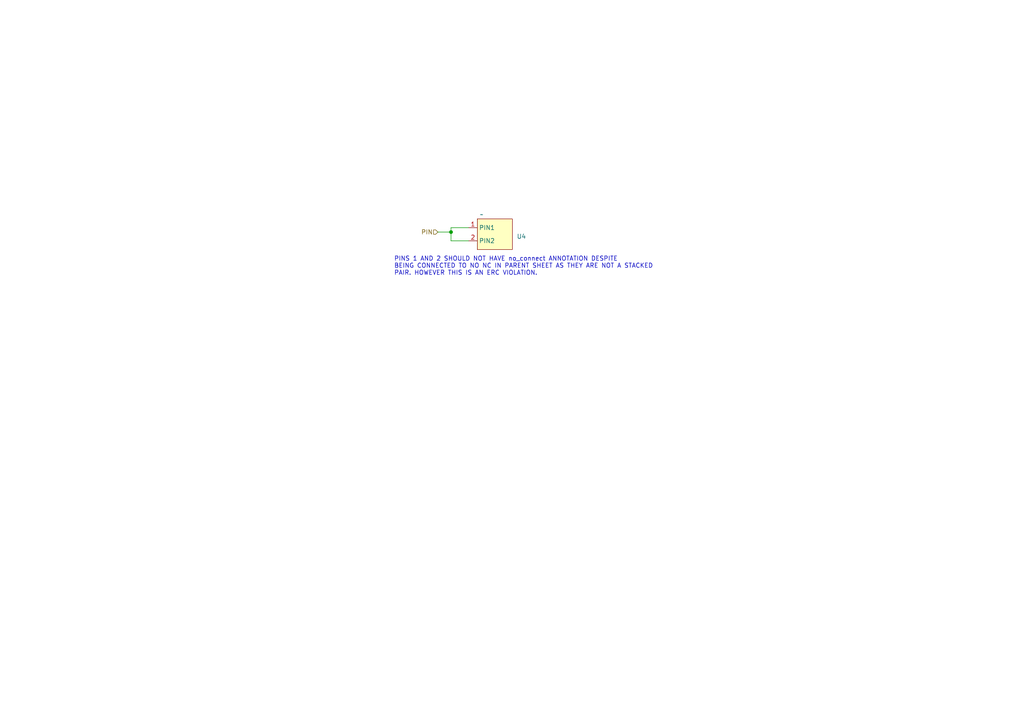
<source format=kicad_sch>
(kicad_sch (version 20230121) (generator eeschema)
  (paper "A4")
  (lib_symbols
    (symbol "TEST_LIB:TEST_DOUBLE"
      (property "Reference" "U" (at 0 0 0))
      (symbol "TEST_DOUBLE_0_1"
        (rectangle (start -1.27 -1.27) (end 8.89 -10.16) (fill (type background)))
      )
      (symbol "TEST_DOUBLE_1_1"
        (pin input line (at -3.81 -3.81 0) (length 2.54) (name "PIN1") (number "1"))
        (pin input line (at -3.81 -7.62 0) (length 2.54) (name "PIN2") (number "2"))
      )
    )
  )
  (junction (at 130.81 67.31))
  (wire (pts (xy 130.81 69.85) (xy 135.89 69.85)))
  (wire (pts (xy 130.81 67.31) (xy 130.81 69.85)))
  (wire (pts (xy 130.81 66.04) (xy 130.81 67.31)))
  (wire (pts (xy 135.89 66.04) (xy 130.81 66.04)))
  (wire (pts (xy 127 67.31) (xy 130.81 67.31)))
  (text "PINS 1 AND 2 SHOULD NOT HAVE no_connect ANNOTATION DESPITE\nBEING CONNECTED TO NO NC IN PARENT SHEET AS THEY ARE NOT A STACKED\nPAIR. HOWEVER THIS IS AN ERC VIOLATION." (at 114.3 80.01 0) (effects (font (size 1.27 1.27)) (justify left bottom)))
  (hierarchical_label "PIN" (shape input) (at 127 67.31 180))
  (symbol (lib_id "TEST_LIB:TEST_DOUBLE") (at 139.7 62.23 0) (unit 1)
    (property "Reference" "U4" (at 149.86 68.58 0) (effects (justify left)))
    (property "Value" "~" (at 139.7 62.23 0))
  )
)
</source>
